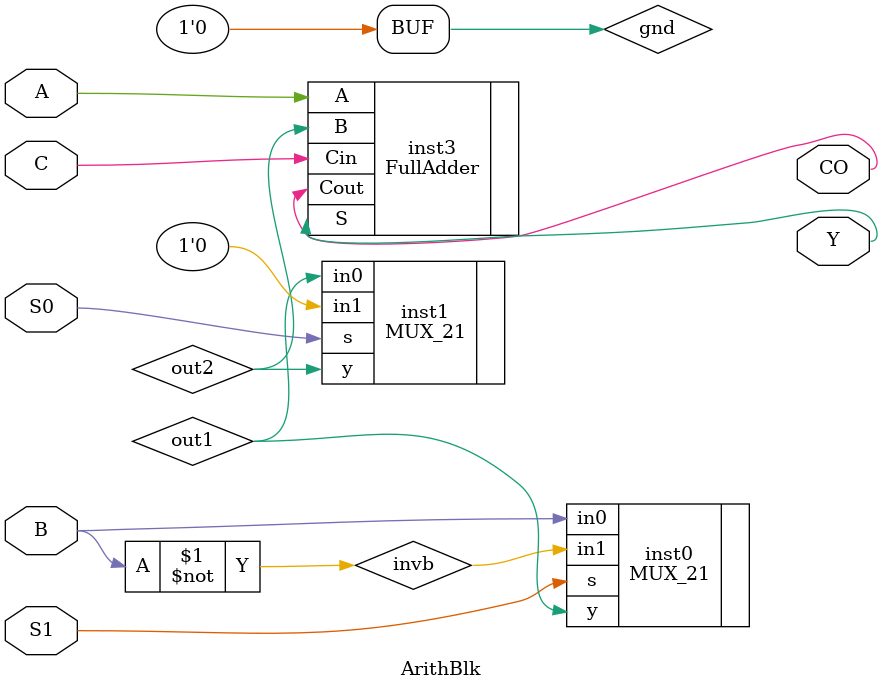
<source format=v>
`timescale 1ns / 1ps

module ArithBlk(S1, S0, A, B, C, Y, CO);
input S1, S0, A, B, C;
output Y, CO;

wire gnd = 1'b0;
wire out1, out2;
wire invb;

assign invb = ~B;

MUX_21 inst0 (.in0(B), .in1(invb), .s(S1), .y(out1));
MUX_21 inst1 (.in0(out1), .in1(gnd), .s(S0), .y(out2));

FullAdder inst3 (.A(A), .B(out2), .Cin(C), .S(Y), .Cout(CO));

endmodule

</source>
